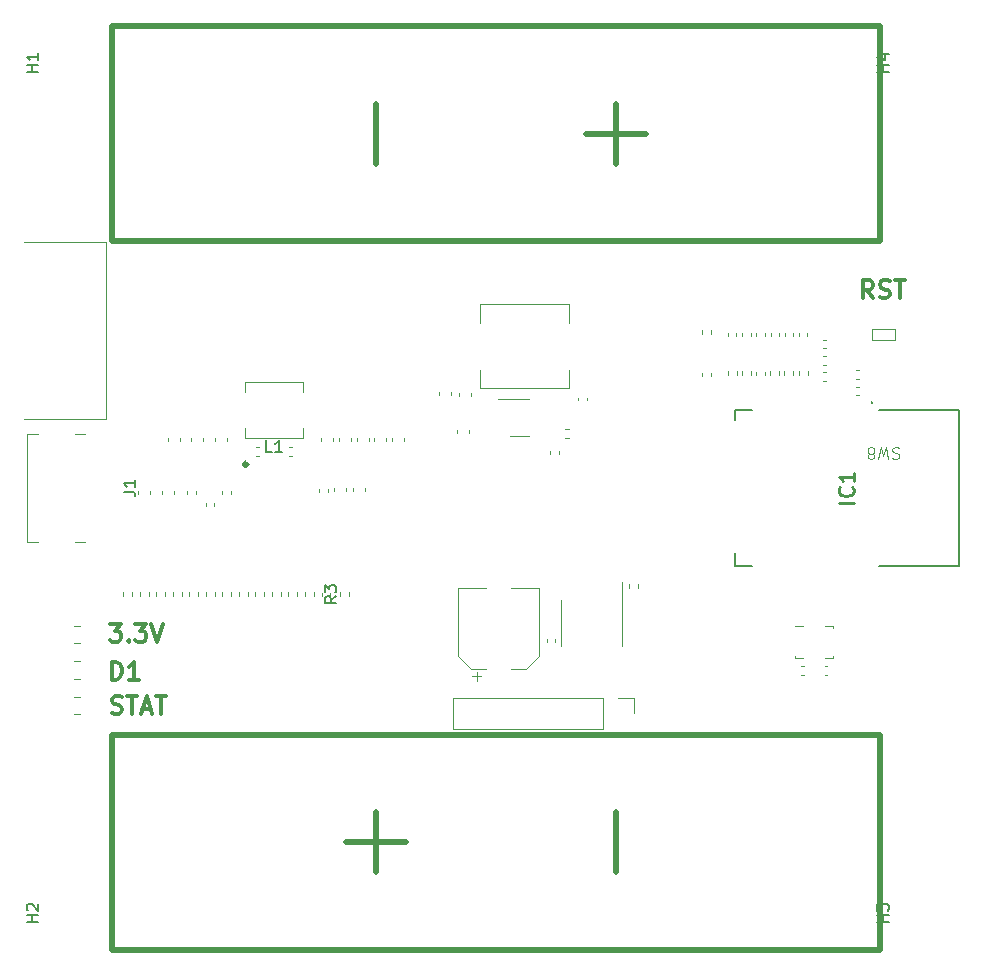
<source format=gbr>
%TF.GenerationSoftware,KiCad,Pcbnew,7.0.2*%
%TF.CreationDate,2023-05-28T21:21:49-04:00*%
%TF.ProjectId,AutoTiller,4175746f-5469-46c6-9c65-722e6b696361,rev?*%
%TF.SameCoordinates,Original*%
%TF.FileFunction,Legend,Top*%
%TF.FilePolarity,Positive*%
%FSLAX46Y46*%
G04 Gerber Fmt 4.6, Leading zero omitted, Abs format (unit mm)*
G04 Created by KiCad (PCBNEW 7.0.2) date 2023-05-28 21:21:49*
%MOMM*%
%LPD*%
G01*
G04 APERTURE LIST*
%ADD10C,0.300000*%
%ADD11C,0.150000*%
%ADD12C,0.100000*%
%ADD13C,0.254000*%
%ADD14C,0.120000*%
%ADD15C,0.050000*%
%ADD16C,0.350000*%
%ADD17C,0.500000*%
%ADD18C,0.200000*%
G04 APERTURE END LIST*
D10*
X191914285Y-103916428D02*
X191414285Y-103202142D01*
X191057142Y-103916428D02*
X191057142Y-102416428D01*
X191057142Y-102416428D02*
X191628571Y-102416428D01*
X191628571Y-102416428D02*
X191771428Y-102487857D01*
X191771428Y-102487857D02*
X191842857Y-102559285D01*
X191842857Y-102559285D02*
X191914285Y-102702142D01*
X191914285Y-102702142D02*
X191914285Y-102916428D01*
X191914285Y-102916428D02*
X191842857Y-103059285D01*
X191842857Y-103059285D02*
X191771428Y-103130714D01*
X191771428Y-103130714D02*
X191628571Y-103202142D01*
X191628571Y-103202142D02*
X191057142Y-103202142D01*
X192485714Y-103845000D02*
X192700000Y-103916428D01*
X192700000Y-103916428D02*
X193057142Y-103916428D01*
X193057142Y-103916428D02*
X193200000Y-103845000D01*
X193200000Y-103845000D02*
X193271428Y-103773571D01*
X193271428Y-103773571D02*
X193342857Y-103630714D01*
X193342857Y-103630714D02*
X193342857Y-103487857D01*
X193342857Y-103487857D02*
X193271428Y-103345000D01*
X193271428Y-103345000D02*
X193200000Y-103273571D01*
X193200000Y-103273571D02*
X193057142Y-103202142D01*
X193057142Y-103202142D02*
X192771428Y-103130714D01*
X192771428Y-103130714D02*
X192628571Y-103059285D01*
X192628571Y-103059285D02*
X192557142Y-102987857D01*
X192557142Y-102987857D02*
X192485714Y-102845000D01*
X192485714Y-102845000D02*
X192485714Y-102702142D01*
X192485714Y-102702142D02*
X192557142Y-102559285D01*
X192557142Y-102559285D02*
X192628571Y-102487857D01*
X192628571Y-102487857D02*
X192771428Y-102416428D01*
X192771428Y-102416428D02*
X193128571Y-102416428D01*
X193128571Y-102416428D02*
X193342857Y-102487857D01*
X193771428Y-102416428D02*
X194628571Y-102416428D01*
X194199999Y-103916428D02*
X194199999Y-102416428D01*
X127485714Y-139045000D02*
X127700000Y-139116428D01*
X127700000Y-139116428D02*
X128057142Y-139116428D01*
X128057142Y-139116428D02*
X128200000Y-139045000D01*
X128200000Y-139045000D02*
X128271428Y-138973571D01*
X128271428Y-138973571D02*
X128342857Y-138830714D01*
X128342857Y-138830714D02*
X128342857Y-138687857D01*
X128342857Y-138687857D02*
X128271428Y-138545000D01*
X128271428Y-138545000D02*
X128200000Y-138473571D01*
X128200000Y-138473571D02*
X128057142Y-138402142D01*
X128057142Y-138402142D02*
X127771428Y-138330714D01*
X127771428Y-138330714D02*
X127628571Y-138259285D01*
X127628571Y-138259285D02*
X127557142Y-138187857D01*
X127557142Y-138187857D02*
X127485714Y-138045000D01*
X127485714Y-138045000D02*
X127485714Y-137902142D01*
X127485714Y-137902142D02*
X127557142Y-137759285D01*
X127557142Y-137759285D02*
X127628571Y-137687857D01*
X127628571Y-137687857D02*
X127771428Y-137616428D01*
X127771428Y-137616428D02*
X128128571Y-137616428D01*
X128128571Y-137616428D02*
X128342857Y-137687857D01*
X128771428Y-137616428D02*
X129628571Y-137616428D01*
X129199999Y-139116428D02*
X129199999Y-137616428D01*
X130057142Y-138687857D02*
X130771428Y-138687857D01*
X129914285Y-139116428D02*
X130414285Y-137616428D01*
X130414285Y-137616428D02*
X130914285Y-139116428D01*
X131199999Y-137616428D02*
X132057142Y-137616428D01*
X131628570Y-139116428D02*
X131628570Y-137616428D01*
X127457142Y-136216428D02*
X127457142Y-134716428D01*
X127457142Y-134716428D02*
X127814285Y-134716428D01*
X127814285Y-134716428D02*
X128028571Y-134787857D01*
X128028571Y-134787857D02*
X128171428Y-134930714D01*
X128171428Y-134930714D02*
X128242857Y-135073571D01*
X128242857Y-135073571D02*
X128314285Y-135359285D01*
X128314285Y-135359285D02*
X128314285Y-135573571D01*
X128314285Y-135573571D02*
X128242857Y-135859285D01*
X128242857Y-135859285D02*
X128171428Y-136002142D01*
X128171428Y-136002142D02*
X128028571Y-136145000D01*
X128028571Y-136145000D02*
X127814285Y-136216428D01*
X127814285Y-136216428D02*
X127457142Y-136216428D01*
X129742857Y-136216428D02*
X128885714Y-136216428D01*
X129314285Y-136216428D02*
X129314285Y-134716428D01*
X129314285Y-134716428D02*
X129171428Y-134930714D01*
X129171428Y-134930714D02*
X129028571Y-135073571D01*
X129028571Y-135073571D02*
X128885714Y-135145000D01*
X127314285Y-131516428D02*
X128242857Y-131516428D01*
X128242857Y-131516428D02*
X127742857Y-132087857D01*
X127742857Y-132087857D02*
X127957142Y-132087857D01*
X127957142Y-132087857D02*
X128100000Y-132159285D01*
X128100000Y-132159285D02*
X128171428Y-132230714D01*
X128171428Y-132230714D02*
X128242857Y-132373571D01*
X128242857Y-132373571D02*
X128242857Y-132730714D01*
X128242857Y-132730714D02*
X128171428Y-132873571D01*
X128171428Y-132873571D02*
X128100000Y-132945000D01*
X128100000Y-132945000D02*
X127957142Y-133016428D01*
X127957142Y-133016428D02*
X127528571Y-133016428D01*
X127528571Y-133016428D02*
X127385714Y-132945000D01*
X127385714Y-132945000D02*
X127314285Y-132873571D01*
X128885713Y-132873571D02*
X128957142Y-132945000D01*
X128957142Y-132945000D02*
X128885713Y-133016428D01*
X128885713Y-133016428D02*
X128814285Y-132945000D01*
X128814285Y-132945000D02*
X128885713Y-132873571D01*
X128885713Y-132873571D02*
X128885713Y-133016428D01*
X129457142Y-131516428D02*
X130385714Y-131516428D01*
X130385714Y-131516428D02*
X129885714Y-132087857D01*
X129885714Y-132087857D02*
X130099999Y-132087857D01*
X130099999Y-132087857D02*
X130242857Y-132159285D01*
X130242857Y-132159285D02*
X130314285Y-132230714D01*
X130314285Y-132230714D02*
X130385714Y-132373571D01*
X130385714Y-132373571D02*
X130385714Y-132730714D01*
X130385714Y-132730714D02*
X130314285Y-132873571D01*
X130314285Y-132873571D02*
X130242857Y-132945000D01*
X130242857Y-132945000D02*
X130099999Y-133016428D01*
X130099999Y-133016428D02*
X129671428Y-133016428D01*
X129671428Y-133016428D02*
X129528571Y-132945000D01*
X129528571Y-132945000D02*
X129457142Y-132873571D01*
X130814285Y-131516428D02*
X131314285Y-133016428D01*
X131314285Y-133016428D02*
X131814285Y-131516428D01*
D11*
%TO.C,J1*%
X128462619Y-120333333D02*
X129176904Y-120333333D01*
X129176904Y-120333333D02*
X129319761Y-120380952D01*
X129319761Y-120380952D02*
X129415000Y-120476190D01*
X129415000Y-120476190D02*
X129462619Y-120619047D01*
X129462619Y-120619047D02*
X129462619Y-120714285D01*
X129462619Y-119333333D02*
X129462619Y-119904761D01*
X129462619Y-119619047D02*
X128462619Y-119619047D01*
X128462619Y-119619047D02*
X128605476Y-119714285D01*
X128605476Y-119714285D02*
X128700714Y-119809523D01*
X128700714Y-119809523D02*
X128748333Y-119904761D01*
%TO.C,H1*%
X121262619Y-84761904D02*
X120262619Y-84761904D01*
X120738809Y-84761904D02*
X120738809Y-84190476D01*
X121262619Y-84190476D02*
X120262619Y-84190476D01*
X121262619Y-83190476D02*
X121262619Y-83761904D01*
X121262619Y-83476190D02*
X120262619Y-83476190D01*
X120262619Y-83476190D02*
X120405476Y-83571428D01*
X120405476Y-83571428D02*
X120500714Y-83666666D01*
X120500714Y-83666666D02*
X120548333Y-83761904D01*
%TO.C,H4*%
X193262619Y-84761904D02*
X192262619Y-84761904D01*
X192738809Y-84761904D02*
X192738809Y-84190476D01*
X193262619Y-84190476D02*
X192262619Y-84190476D01*
X192595952Y-83285714D02*
X193262619Y-83285714D01*
X192215000Y-83523809D02*
X192929285Y-83761904D01*
X192929285Y-83761904D02*
X192929285Y-83142857D01*
%TO.C,L1*%
X141033333Y-116962619D02*
X140557143Y-116962619D01*
X140557143Y-116962619D02*
X140557143Y-115962619D01*
X141890476Y-116962619D02*
X141319048Y-116962619D01*
X141604762Y-116962619D02*
X141604762Y-115962619D01*
X141604762Y-115962619D02*
X141509524Y-116105476D01*
X141509524Y-116105476D02*
X141414286Y-116200714D01*
X141414286Y-116200714D02*
X141319048Y-116248333D01*
%TO.C,H3*%
X193262619Y-156761904D02*
X192262619Y-156761904D01*
X192738809Y-156761904D02*
X192738809Y-156190476D01*
X193262619Y-156190476D02*
X192262619Y-156190476D01*
X192262619Y-155809523D02*
X192262619Y-155190476D01*
X192262619Y-155190476D02*
X192643571Y-155523809D01*
X192643571Y-155523809D02*
X192643571Y-155380952D01*
X192643571Y-155380952D02*
X192691190Y-155285714D01*
X192691190Y-155285714D02*
X192738809Y-155238095D01*
X192738809Y-155238095D02*
X192834047Y-155190476D01*
X192834047Y-155190476D02*
X193072142Y-155190476D01*
X193072142Y-155190476D02*
X193167380Y-155238095D01*
X193167380Y-155238095D02*
X193215000Y-155285714D01*
X193215000Y-155285714D02*
X193262619Y-155380952D01*
X193262619Y-155380952D02*
X193262619Y-155666666D01*
X193262619Y-155666666D02*
X193215000Y-155761904D01*
X193215000Y-155761904D02*
X193167380Y-155809523D01*
%TO.C,R3*%
X146492619Y-129166666D02*
X146016428Y-129499999D01*
X146492619Y-129738094D02*
X145492619Y-129738094D01*
X145492619Y-129738094D02*
X145492619Y-129357142D01*
X145492619Y-129357142D02*
X145540238Y-129261904D01*
X145540238Y-129261904D02*
X145587857Y-129214285D01*
X145587857Y-129214285D02*
X145683095Y-129166666D01*
X145683095Y-129166666D02*
X145825952Y-129166666D01*
X145825952Y-129166666D02*
X145921190Y-129214285D01*
X145921190Y-129214285D02*
X145968809Y-129261904D01*
X145968809Y-129261904D02*
X146016428Y-129357142D01*
X146016428Y-129357142D02*
X146016428Y-129738094D01*
X145492619Y-128833332D02*
X145492619Y-128214285D01*
X145492619Y-128214285D02*
X145873571Y-128547618D01*
X145873571Y-128547618D02*
X145873571Y-128404761D01*
X145873571Y-128404761D02*
X145921190Y-128309523D01*
X145921190Y-128309523D02*
X145968809Y-128261904D01*
X145968809Y-128261904D02*
X146064047Y-128214285D01*
X146064047Y-128214285D02*
X146302142Y-128214285D01*
X146302142Y-128214285D02*
X146397380Y-128261904D01*
X146397380Y-128261904D02*
X146445000Y-128309523D01*
X146445000Y-128309523D02*
X146492619Y-128404761D01*
X146492619Y-128404761D02*
X146492619Y-128690475D01*
X146492619Y-128690475D02*
X146445000Y-128785713D01*
X146445000Y-128785713D02*
X146397380Y-128833332D01*
D12*
%TO.C,SW8*%
X194133332Y-116585000D02*
X193990475Y-116537380D01*
X193990475Y-116537380D02*
X193752380Y-116537380D01*
X193752380Y-116537380D02*
X193657142Y-116585000D01*
X193657142Y-116585000D02*
X193609523Y-116632619D01*
X193609523Y-116632619D02*
X193561904Y-116727857D01*
X193561904Y-116727857D02*
X193561904Y-116823095D01*
X193561904Y-116823095D02*
X193609523Y-116918333D01*
X193609523Y-116918333D02*
X193657142Y-116965952D01*
X193657142Y-116965952D02*
X193752380Y-117013571D01*
X193752380Y-117013571D02*
X193942856Y-117061190D01*
X193942856Y-117061190D02*
X194038094Y-117108809D01*
X194038094Y-117108809D02*
X194085713Y-117156428D01*
X194085713Y-117156428D02*
X194133332Y-117251666D01*
X194133332Y-117251666D02*
X194133332Y-117346904D01*
X194133332Y-117346904D02*
X194085713Y-117442142D01*
X194085713Y-117442142D02*
X194038094Y-117489761D01*
X194038094Y-117489761D02*
X193942856Y-117537380D01*
X193942856Y-117537380D02*
X193704761Y-117537380D01*
X193704761Y-117537380D02*
X193561904Y-117489761D01*
X193228570Y-117537380D02*
X192990475Y-116537380D01*
X192990475Y-116537380D02*
X192799999Y-117251666D01*
X192799999Y-117251666D02*
X192609523Y-116537380D01*
X192609523Y-116537380D02*
X192371428Y-117537380D01*
X191847618Y-117108809D02*
X191942856Y-117156428D01*
X191942856Y-117156428D02*
X191990475Y-117204047D01*
X191990475Y-117204047D02*
X192038094Y-117299285D01*
X192038094Y-117299285D02*
X192038094Y-117346904D01*
X192038094Y-117346904D02*
X191990475Y-117442142D01*
X191990475Y-117442142D02*
X191942856Y-117489761D01*
X191942856Y-117489761D02*
X191847618Y-117537380D01*
X191847618Y-117537380D02*
X191657142Y-117537380D01*
X191657142Y-117537380D02*
X191561904Y-117489761D01*
X191561904Y-117489761D02*
X191514285Y-117442142D01*
X191514285Y-117442142D02*
X191466666Y-117346904D01*
X191466666Y-117346904D02*
X191466666Y-117299285D01*
X191466666Y-117299285D02*
X191514285Y-117204047D01*
X191514285Y-117204047D02*
X191561904Y-117156428D01*
X191561904Y-117156428D02*
X191657142Y-117108809D01*
X191657142Y-117108809D02*
X191847618Y-117108809D01*
X191847618Y-117108809D02*
X191942856Y-117061190D01*
X191942856Y-117061190D02*
X191990475Y-117013571D01*
X191990475Y-117013571D02*
X192038094Y-116918333D01*
X192038094Y-116918333D02*
X192038094Y-116727857D01*
X192038094Y-116727857D02*
X191990475Y-116632619D01*
X191990475Y-116632619D02*
X191942856Y-116585000D01*
X191942856Y-116585000D02*
X191847618Y-116537380D01*
X191847618Y-116537380D02*
X191657142Y-116537380D01*
X191657142Y-116537380D02*
X191561904Y-116585000D01*
X191561904Y-116585000D02*
X191514285Y-116632619D01*
X191514285Y-116632619D02*
X191466666Y-116727857D01*
X191466666Y-116727857D02*
X191466666Y-116918333D01*
X191466666Y-116918333D02*
X191514285Y-117013571D01*
X191514285Y-117013571D02*
X191561904Y-117061190D01*
X191561904Y-117061190D02*
X191657142Y-117108809D01*
D13*
%TO.C,IC1*%
X190287526Y-121239762D02*
X189017526Y-121239762D01*
X190166573Y-119909285D02*
X190227050Y-119969761D01*
X190227050Y-119969761D02*
X190287526Y-120151190D01*
X190287526Y-120151190D02*
X190287526Y-120272142D01*
X190287526Y-120272142D02*
X190227050Y-120453571D01*
X190227050Y-120453571D02*
X190106097Y-120574523D01*
X190106097Y-120574523D02*
X189985145Y-120635000D01*
X189985145Y-120635000D02*
X189743240Y-120695476D01*
X189743240Y-120695476D02*
X189561811Y-120695476D01*
X189561811Y-120695476D02*
X189319907Y-120635000D01*
X189319907Y-120635000D02*
X189198954Y-120574523D01*
X189198954Y-120574523D02*
X189078002Y-120453571D01*
X189078002Y-120453571D02*
X189017526Y-120272142D01*
X189017526Y-120272142D02*
X189017526Y-120151190D01*
X189017526Y-120151190D02*
X189078002Y-119969761D01*
X189078002Y-119969761D02*
X189138478Y-119909285D01*
X190287526Y-118699761D02*
X190287526Y-119425476D01*
X190287526Y-119062619D02*
X189017526Y-119062619D01*
X189017526Y-119062619D02*
X189198954Y-119183571D01*
X189198954Y-119183571D02*
X189319907Y-119304523D01*
X189319907Y-119304523D02*
X189380383Y-119425476D01*
D11*
%TO.C,H2*%
X121262619Y-156761904D02*
X120262619Y-156761904D01*
X120738809Y-156761904D02*
X120738809Y-156190476D01*
X121262619Y-156190476D02*
X120262619Y-156190476D01*
X120357857Y-155761904D02*
X120310238Y-155714285D01*
X120310238Y-155714285D02*
X120262619Y-155619047D01*
X120262619Y-155619047D02*
X120262619Y-155380952D01*
X120262619Y-155380952D02*
X120310238Y-155285714D01*
X120310238Y-155285714D02*
X120357857Y-155238095D01*
X120357857Y-155238095D02*
X120453095Y-155190476D01*
X120453095Y-155190476D02*
X120548333Y-155190476D01*
X120548333Y-155190476D02*
X120691190Y-155238095D01*
X120691190Y-155238095D02*
X121262619Y-155809523D01*
X121262619Y-155809523D02*
X121262619Y-155190476D01*
D14*
%TO.C,C3*%
X137560000Y-120292164D02*
X137560000Y-120507836D01*
X136840000Y-120292164D02*
X136840000Y-120507836D01*
%TO.C,C13*%
X139712164Y-116540000D02*
X139927836Y-116540000D01*
X139712164Y-117260000D02*
X139927836Y-117260000D01*
%TO.C,R1*%
X183220000Y-110433641D02*
X183220000Y-110126359D01*
X183980000Y-110433641D02*
X183980000Y-110126359D01*
%TO.C,R26*%
X171980000Y-128146359D02*
X171980000Y-128453641D01*
X171220000Y-128146359D02*
X171220000Y-128453641D01*
%TO.C,R19*%
X131980000Y-128846359D02*
X131980000Y-129153641D01*
X131220000Y-128846359D02*
X131220000Y-129153641D01*
%TO.C,J1*%
X125215000Y-115420000D02*
X124360000Y-115420000D01*
X121240000Y-115420000D02*
X120290000Y-115420000D01*
X120290000Y-115420000D02*
X120290000Y-124580000D01*
X125215000Y-124580000D02*
X124360000Y-124580000D01*
X121240000Y-124580000D02*
X120290000Y-124580000D01*
%TO.C,L2*%
X166160000Y-111560000D02*
X166160000Y-110010000D01*
X166160000Y-111560000D02*
X158640000Y-111560000D01*
X166160000Y-104440000D02*
X166160000Y-105990000D01*
X166160000Y-104440000D02*
X158640000Y-104440000D01*
X158640000Y-111560000D02*
X158640000Y-110010000D01*
X158640000Y-104440000D02*
X158640000Y-105990000D01*
%TO.C,C9*%
X182040000Y-107127836D02*
X182040000Y-106912164D01*
X182760000Y-107127836D02*
X182760000Y-106912164D01*
%TO.C,C24*%
X145190000Y-116040580D02*
X145190000Y-115759420D01*
X146210000Y-116040580D02*
X146210000Y-115759420D01*
%TO.C,R16*%
X144580000Y-128846359D02*
X144580000Y-129153641D01*
X143820000Y-128846359D02*
X143820000Y-129153641D01*
%TO.C,C29*%
X190492164Y-111440000D02*
X190707836Y-111440000D01*
X190492164Y-112160000D02*
X190707836Y-112160000D01*
%TO.C,R15*%
X185620000Y-110433641D02*
X185620000Y-110126359D01*
X186380000Y-110433641D02*
X186380000Y-110126359D01*
%TO.C,U1*%
X162000000Y-112440000D02*
X160200000Y-112440000D01*
X162000000Y-112440000D02*
X162800000Y-112440000D01*
X162000000Y-115560000D02*
X161200000Y-115560000D01*
X162000000Y-115560000D02*
X162800000Y-115560000D01*
%TO.C,R17*%
X136820000Y-129153641D02*
X136820000Y-128846359D01*
X137580000Y-129153641D02*
X137580000Y-128846359D01*
D15*
%TO.C,SW5*%
X120012500Y-114175000D02*
X127012500Y-114175000D01*
X127012500Y-114175000D02*
X127012500Y-99175000D01*
X127012500Y-99175000D02*
X120012500Y-99175000D01*
%TO.C,BQ25792RQMR1*%
D16*
X138975000Y-118000000D02*
G75*
G03*
X138975000Y-118000000I-175000J0D01*
G01*
D14*
%TO.C,D1*%
X124238748Y-131665000D02*
X124761252Y-131665000D01*
X124238748Y-133135000D02*
X124761252Y-133135000D01*
%TO.C,R13*%
X135420000Y-129153641D02*
X135420000Y-128846359D01*
X136180000Y-129153641D02*
X136180000Y-128846359D01*
%TO.C,R4*%
X182020000Y-110453641D02*
X182020000Y-110146359D01*
X182780000Y-110453641D02*
X182780000Y-110146359D01*
%TO.C,LSM6DSMTR1*%
X185340000Y-134397500D02*
X185340000Y-134222500D01*
X186015000Y-131677500D02*
X185340000Y-131677500D01*
X186015000Y-134397500D02*
X185340000Y-134397500D01*
X187885000Y-131677500D02*
X188560000Y-131677500D01*
X187885000Y-134397500D02*
X188560000Y-134397500D01*
X188560000Y-131677500D02*
X188560000Y-131852500D01*
X188560000Y-134397500D02*
X188560000Y-134222500D01*
%TO.C,C28*%
X148910000Y-119959420D02*
X148910000Y-120240580D01*
X147890000Y-119959420D02*
X147890000Y-120240580D01*
%TO.C,R25*%
X177420000Y-106953641D02*
X177420000Y-106646359D01*
X178180000Y-106953641D02*
X178180000Y-106646359D01*
%TO.C,R10*%
X145020000Y-120353641D02*
X145020000Y-120046359D01*
X145780000Y-120353641D02*
X145780000Y-120046359D01*
%TO.C,C16*%
X132190000Y-116040580D02*
X132190000Y-115759420D01*
X133210000Y-116040580D02*
X133210000Y-115759420D01*
%TO.C,C30*%
X151190000Y-116040580D02*
X151190000Y-115759420D01*
X152210000Y-116040580D02*
X152210000Y-115759420D01*
%TO.C,C38*%
X164315000Y-133007836D02*
X164315000Y-132792164D01*
X165035000Y-133007836D02*
X165035000Y-132792164D01*
%TO.C,C2*%
X183240000Y-107097836D02*
X183240000Y-106882164D01*
X183960000Y-107097836D02*
X183960000Y-106882164D01*
%TO.C,C33*%
X149690000Y-116040580D02*
X149690000Y-115759420D01*
X150710000Y-116040580D02*
X150710000Y-115759420D01*
%TO.C,C8*%
X132710000Y-120259420D02*
X132710000Y-120540580D01*
X131690000Y-120259420D02*
X131690000Y-120540580D01*
%TO.C,D3*%
X124288748Y-137675000D02*
X124811252Y-137675000D01*
X124288748Y-139145000D02*
X124811252Y-139145000D01*
%TO.C,C32*%
X187692164Y-108840000D02*
X187907836Y-108840000D01*
X187692164Y-109560000D02*
X187907836Y-109560000D01*
%TO.C,C34*%
X187692164Y-107440000D02*
X187907836Y-107440000D01*
X187692164Y-108160000D02*
X187907836Y-108160000D01*
%TO.C,C17*%
X135440000Y-121507836D02*
X135440000Y-121292164D01*
X136160000Y-121507836D02*
X136160000Y-121292164D01*
%TO.C,L1*%
X143660000Y-115760000D02*
X143660000Y-114910000D01*
X143660000Y-115760000D02*
X138740000Y-115760000D01*
X143660000Y-111040000D02*
X143660000Y-111890000D01*
X143660000Y-111040000D02*
X138740000Y-111040000D01*
X138740000Y-115760000D02*
X138740000Y-114910000D01*
X138740000Y-111040000D02*
X138740000Y-111890000D01*
%TO.C,R22*%
X130580000Y-128846359D02*
X130580000Y-129153641D01*
X129820000Y-128846359D02*
X129820000Y-129153641D01*
%TO.C,R21*%
X134780000Y-128846359D02*
X134780000Y-129153641D01*
X134020000Y-128846359D02*
X134020000Y-129153641D01*
%TO.C,R20*%
X133380000Y-128846359D02*
X133380000Y-129153641D01*
X132620000Y-128846359D02*
X132620000Y-129153641D01*
%TO.C,C19*%
X136190000Y-116040580D02*
X136190000Y-115759420D01*
X137210000Y-116040580D02*
X137210000Y-115759420D01*
%TO.C,C1*%
X134560000Y-120292164D02*
X134560000Y-120507836D01*
X133840000Y-120292164D02*
X133840000Y-120507836D01*
%TO.C,R23*%
X129180000Y-128846359D02*
X129180000Y-129153641D01*
X128420000Y-128846359D02*
X128420000Y-129153641D01*
%TO.C,C40*%
X158352500Y-136327500D02*
X158352500Y-135540000D01*
X157958750Y-135933750D02*
X158746250Y-135933750D01*
X157854437Y-135300000D02*
X159140000Y-135300000D01*
X157854437Y-135300000D02*
X156790000Y-134235563D01*
X162545563Y-135300000D02*
X161260000Y-135300000D01*
X162545563Y-135300000D02*
X163610000Y-134235563D01*
X156790000Y-134235563D02*
X156790000Y-128480000D01*
X163610000Y-134235563D02*
X163610000Y-128480000D01*
X156790000Y-128480000D02*
X159140000Y-128480000D01*
X163610000Y-128480000D02*
X161260000Y-128480000D01*
%TO.C,C15*%
X179640000Y-107107836D02*
X179640000Y-106892164D01*
X180360000Y-107107836D02*
X180360000Y-106892164D01*
%TO.C,R18*%
X187953641Y-110980000D02*
X187646359Y-110980000D01*
X187953641Y-110220000D02*
X187646359Y-110220000D01*
%TO.C,R5*%
X184420000Y-110433641D02*
X184420000Y-110126359D01*
X185180000Y-110433641D02*
X185180000Y-110126359D01*
%TO.C,C20*%
X185640000Y-107107836D02*
X185640000Y-106892164D01*
X186360000Y-107107836D02*
X186360000Y-106892164D01*
%TO.C,C25*%
X147310000Y-119959420D02*
X147310000Y-120240580D01*
X146290000Y-119959420D02*
X146290000Y-120240580D01*
D17*
%TO.C,BT1*%
X147300000Y-150000000D02*
X152380000Y-150000000D01*
X149840000Y-147460000D02*
X149840000Y-152540000D01*
X170160000Y-147460000D02*
X170160000Y-152540000D01*
X127500000Y-140900000D02*
X192500000Y-140900000D01*
X192500000Y-140900000D02*
X192500000Y-159100000D01*
X192500000Y-159100000D02*
X127500000Y-159100000D01*
X127500000Y-159100000D02*
X127500000Y-140900000D01*
D14*
%TO.C,C4*%
X156690000Y-115340580D02*
X156690000Y-115059420D01*
X157710000Y-115340580D02*
X157710000Y-115059420D01*
%TO.C,C27*%
X148190000Y-116040580D02*
X148190000Y-115759420D01*
X149210000Y-116040580D02*
X149210000Y-115759420D01*
%TO.C,C31*%
X145960000Y-128892164D02*
X145960000Y-129107836D01*
X145240000Y-128892164D02*
X145240000Y-129107836D01*
%TO.C,D2*%
X124238748Y-134675000D02*
X124761252Y-134675000D01*
X124238748Y-136145000D02*
X124761252Y-136145000D01*
%TO.C,C22*%
X134190000Y-116040580D02*
X134190000Y-115759420D01*
X135210000Y-116040580D02*
X135210000Y-115759420D01*
%TO.C,C18*%
X157910000Y-111959420D02*
X157910000Y-112240580D01*
X156890000Y-111959420D02*
X156890000Y-112240580D01*
%TO.C,R3*%
X146820000Y-129153641D02*
X146820000Y-128846359D01*
X147580000Y-129153641D02*
X147580000Y-128846359D01*
%TO.C,R2*%
X138220000Y-129153641D02*
X138220000Y-128846359D01*
X138980000Y-129153641D02*
X138980000Y-128846359D01*
%TO.C,DRV8251ADDAR1*%
X170660000Y-131445000D02*
X170660000Y-127995000D01*
X170660000Y-131445000D02*
X170660000Y-133395000D01*
X165540000Y-131445000D02*
X165540000Y-129495000D01*
X165540000Y-131445000D02*
X165540000Y-133395000D01*
%TO.C,R8*%
X165292500Y-116846359D02*
X165292500Y-117153641D01*
X164532500Y-116846359D02*
X164532500Y-117153641D01*
D12*
%TO.C,SW8*%
X193800000Y-107500000D02*
X191800000Y-107500000D01*
X191800000Y-107500000D02*
X191800000Y-106500000D01*
X191800000Y-106500000D02*
X193800000Y-106500000D01*
X193800000Y-106500000D02*
X193800000Y-107500000D01*
D14*
%TO.C,R24*%
X178180000Y-110246359D02*
X178180000Y-110553641D01*
X177420000Y-110246359D02*
X177420000Y-110553641D01*
%TO.C,R11*%
X142420000Y-129153641D02*
X142420000Y-128846359D01*
X143180000Y-129153641D02*
X143180000Y-128846359D01*
%TO.C,C35*%
X188057836Y-135797500D02*
X187842164Y-135797500D01*
X188057836Y-135077500D02*
X187842164Y-135077500D01*
D18*
%TO.C,IC1*%
X191800000Y-112700000D02*
X191800000Y-112700000D01*
X191800000Y-112700000D02*
X191800000Y-112700000D01*
X191800000Y-112800000D02*
X191800000Y-112800000D01*
X199200000Y-113400000D02*
X199200000Y-113400000D01*
X199200000Y-113400000D02*
X199200000Y-113400000D01*
X199200000Y-113400000D02*
X192450000Y-113400000D01*
X199200000Y-113400000D02*
X199200000Y-126600000D01*
X192450000Y-113400000D02*
X199200000Y-113400000D01*
X192450000Y-113400000D02*
X192450000Y-113400000D01*
X181700000Y-113400000D02*
X181700000Y-113400000D01*
X181700000Y-113400000D02*
X180200000Y-113400000D01*
X180200000Y-113400000D02*
X181700000Y-113400000D01*
X180200000Y-113400000D02*
X180200000Y-113400000D01*
X180200000Y-113400000D02*
X180200000Y-113400000D01*
X180200000Y-113400000D02*
X180200000Y-114250000D01*
X180200000Y-114250000D02*
X180200000Y-113400000D01*
X180200000Y-114250000D02*
X180200000Y-114250000D01*
X180200000Y-125500000D02*
X180200000Y-125500000D01*
X180200000Y-125500000D02*
X180200000Y-126600000D01*
X199200000Y-126600000D02*
X199200000Y-113400000D01*
X199200000Y-126600000D02*
X199200000Y-126600000D01*
X199200000Y-126600000D02*
X199200000Y-126600000D01*
X199200000Y-126600000D02*
X192450000Y-126600000D01*
X192450000Y-126600000D02*
X199200000Y-126600000D01*
X192450000Y-126600000D02*
X192450000Y-126600000D01*
X181700000Y-126600000D02*
X181700000Y-126600000D01*
X181700000Y-126600000D02*
X180200000Y-126600000D01*
X180200000Y-126600000D02*
X180200000Y-125500000D01*
X180200000Y-126600000D02*
X181700000Y-126600000D01*
X180200000Y-126600000D02*
X180200000Y-126600000D01*
X180200000Y-126600000D02*
X180200000Y-126600000D01*
X191800000Y-112800000D02*
G75*
G03*
X191800000Y-112700000I0J50000D01*
G01*
X191800000Y-112700000D02*
G75*
G03*
X191800000Y-112800000I0J-50000D01*
G01*
X191800000Y-112700000D02*
G75*
G03*
X191800000Y-112800000I0J-50000D01*
G01*
D14*
%TO.C,C26*%
X190492164Y-110040000D02*
X190707836Y-110040000D01*
X190492164Y-110760000D02*
X190707836Y-110760000D01*
%TO.C,C10*%
X184440000Y-107107836D02*
X184440000Y-106892164D01*
X185160000Y-107107836D02*
X185160000Y-106892164D01*
%TO.C,C23*%
X146690000Y-116040580D02*
X146690000Y-115759420D01*
X147710000Y-116040580D02*
X147710000Y-115759420D01*
%TO.C,C12*%
X180840000Y-107107836D02*
X180840000Y-106892164D01*
X181560000Y-107107836D02*
X181560000Y-106892164D01*
%TO.C,R9*%
X179620000Y-110433641D02*
X179620000Y-110126359D01*
X180380000Y-110433641D02*
X180380000Y-110126359D01*
%TO.C,R7*%
X166166141Y-115730000D02*
X165858859Y-115730000D01*
X166166141Y-114970000D02*
X165858859Y-114970000D01*
%TO.C,C21*%
X142707836Y-117260000D02*
X142492164Y-117260000D01*
X142707836Y-116540000D02*
X142492164Y-116540000D01*
%TO.C,C42*%
X185842164Y-135077500D02*
X186057836Y-135077500D01*
X185842164Y-135797500D02*
X186057836Y-135797500D01*
%TO.C,C5*%
X130710000Y-120259420D02*
X130710000Y-120540580D01*
X129690000Y-120259420D02*
X129690000Y-120540580D01*
%TO.C,C14*%
X156222500Y-111859420D02*
X156222500Y-112140580D01*
X155202500Y-111859420D02*
X155202500Y-112140580D01*
%TO.C,C11*%
X166952500Y-112587836D02*
X166952500Y-112372164D01*
X167672500Y-112587836D02*
X167672500Y-112372164D01*
%TO.C,U3*%
X171680000Y-137760000D02*
X171680000Y-139090000D01*
X170350000Y-137760000D02*
X171680000Y-137760000D01*
X169080000Y-137760000D02*
X156320000Y-137760000D01*
X169080000Y-137760000D02*
X169080000Y-140420000D01*
X156320000Y-137760000D02*
X156320000Y-140420000D01*
X169080000Y-140420000D02*
X156320000Y-140420000D01*
D17*
%TO.C,BT2*%
X172700000Y-90000000D02*
X167620000Y-90000000D01*
X170160000Y-92540000D02*
X170160000Y-87460000D01*
X149840000Y-92540000D02*
X149840000Y-87460000D01*
X192500000Y-99100000D02*
X127500000Y-99100000D01*
X127500000Y-99100000D02*
X127500000Y-80900000D01*
X127500000Y-80900000D02*
X192500000Y-80900000D01*
X192500000Y-80900000D02*
X192500000Y-99100000D01*
D14*
%TO.C,R14*%
X141780000Y-128846359D02*
X141780000Y-129153641D01*
X141020000Y-128846359D02*
X141020000Y-129153641D01*
%TO.C,R6*%
X180820000Y-110433641D02*
X180820000Y-110126359D01*
X181580000Y-110433641D02*
X181580000Y-110126359D01*
%TO.C,R12*%
X140380000Y-128846359D02*
X140380000Y-129153641D01*
X139620000Y-128846359D02*
X139620000Y-129153641D01*
%TD*%
M02*

</source>
